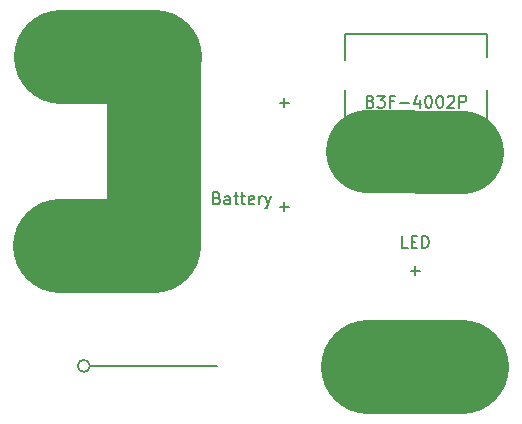
<source format=gto>
%TF.GenerationSoftware,KiCad,Pcbnew,4.0.5-e0-6337~49~ubuntu16.04.1*%
%TF.CreationDate,2017-01-29T14:30:55-08:00*%
%TF.ProjectId,LegoLED-SMTButton-Battery,4C65676F4C45442D534D54427574746F,1.0*%
%TF.FileFunction,Legend,Top*%
%FSLAX46Y46*%
G04 Gerber Fmt 4.6, Leading zero omitted, Abs format (unit mm)*
G04 Created by KiCad (PCBNEW 4.0.5-e0-6337~49~ubuntu16.04.1) date Sun Jan 29 14:30:55 2017*
%MOMM*%
%LPD*%
G01*
G04 APERTURE LIST*
%ADD10C,0.350000*%
%ADD11C,8.000000*%
%ADD12C,0.150000*%
%ADD13C,7.000000*%
%ADD14C,0.152400*%
G04 APERTURE END LIST*
D10*
D11*
X190900000Y-110000000D02*
X182900000Y-110000000D01*
D12*
X188400000Y-108230000D02*
X185400000Y-108230000D01*
D11*
X164800000Y-99800000D02*
X164800000Y-83800000D01*
X156800000Y-99800000D02*
X164800000Y-99800000D01*
X156900000Y-83800000D02*
X164900000Y-83800000D01*
D13*
X190880000Y-91820000D02*
X182780000Y-91720000D01*
D14*
X192980000Y-86570000D02*
X192980000Y-86820000D01*
X192980000Y-86820000D02*
X192980000Y-89070000D01*
X192980000Y-93820000D02*
X192980000Y-91570000D01*
X180980000Y-93820000D02*
X192980000Y-93820000D01*
X180980000Y-91570000D02*
X180980000Y-93820000D01*
X180980000Y-86570000D02*
X180980000Y-89070000D01*
X180980000Y-81820000D02*
X180980000Y-84070000D01*
X192980000Y-81820000D02*
X192980000Y-83820000D01*
X180980000Y-81820000D02*
X192980000Y-81820000D01*
X159412000Y-109936000D02*
X170080000Y-109936000D01*
X159349433Y-109936000D02*
G75*
G03X159349433Y-109936000I-508933J0D01*
G01*
D12*
X186257143Y-99952381D02*
X185780952Y-99952381D01*
X185780952Y-98952381D01*
X186590476Y-99428571D02*
X186923810Y-99428571D01*
X187066667Y-99952381D02*
X186590476Y-99952381D01*
X186590476Y-98952381D01*
X187066667Y-98952381D01*
X187495238Y-99952381D02*
X187495238Y-98952381D01*
X187733333Y-98952381D01*
X187876191Y-99000000D01*
X187971429Y-99095238D01*
X188019048Y-99190476D01*
X188066667Y-99380952D01*
X188066667Y-99523810D01*
X188019048Y-99714286D01*
X187971429Y-99809524D01*
X187876191Y-99904762D01*
X187733333Y-99952381D01*
X187495238Y-99952381D01*
X186519048Y-101871429D02*
X187280953Y-101871429D01*
X186900001Y-102252381D02*
X186900001Y-101490476D01*
X170128571Y-95728571D02*
X170271428Y-95776190D01*
X170319047Y-95823810D01*
X170366666Y-95919048D01*
X170366666Y-96061905D01*
X170319047Y-96157143D01*
X170271428Y-96204762D01*
X170176190Y-96252381D01*
X169795237Y-96252381D01*
X169795237Y-95252381D01*
X170128571Y-95252381D01*
X170223809Y-95300000D01*
X170271428Y-95347619D01*
X170319047Y-95442857D01*
X170319047Y-95538095D01*
X170271428Y-95633333D01*
X170223809Y-95680952D01*
X170128571Y-95728571D01*
X169795237Y-95728571D01*
X171223809Y-96252381D02*
X171223809Y-95728571D01*
X171176190Y-95633333D01*
X171080952Y-95585714D01*
X170890475Y-95585714D01*
X170795237Y-95633333D01*
X171223809Y-96204762D02*
X171128571Y-96252381D01*
X170890475Y-96252381D01*
X170795237Y-96204762D01*
X170747618Y-96109524D01*
X170747618Y-96014286D01*
X170795237Y-95919048D01*
X170890475Y-95871429D01*
X171128571Y-95871429D01*
X171223809Y-95823810D01*
X171557142Y-95585714D02*
X171938094Y-95585714D01*
X171699999Y-95252381D02*
X171699999Y-96109524D01*
X171747618Y-96204762D01*
X171842856Y-96252381D01*
X171938094Y-96252381D01*
X172128571Y-95585714D02*
X172509523Y-95585714D01*
X172271428Y-95252381D02*
X172271428Y-96109524D01*
X172319047Y-96204762D01*
X172414285Y-96252381D01*
X172509523Y-96252381D01*
X173223810Y-96204762D02*
X173128572Y-96252381D01*
X172938095Y-96252381D01*
X172842857Y-96204762D01*
X172795238Y-96109524D01*
X172795238Y-95728571D01*
X172842857Y-95633333D01*
X172938095Y-95585714D01*
X173128572Y-95585714D01*
X173223810Y-95633333D01*
X173271429Y-95728571D01*
X173271429Y-95823810D01*
X172795238Y-95919048D01*
X173700000Y-96252381D02*
X173700000Y-95585714D01*
X173700000Y-95776190D02*
X173747619Y-95680952D01*
X173795238Y-95633333D01*
X173890476Y-95585714D01*
X173985715Y-95585714D01*
X174223810Y-95585714D02*
X174461905Y-96252381D01*
X174700001Y-95585714D02*
X174461905Y-96252381D01*
X174366667Y-96490476D01*
X174319048Y-96538095D01*
X174223810Y-96585714D01*
X175419048Y-87671429D02*
X176180953Y-87671429D01*
X175800001Y-88052381D02*
X175800001Y-87290476D01*
X175419048Y-96471429D02*
X176180953Y-96471429D01*
X175800001Y-96852381D02*
X175800001Y-96090476D01*
X183122858Y-87548571D02*
X183265715Y-87596190D01*
X183313334Y-87643810D01*
X183360953Y-87739048D01*
X183360953Y-87881905D01*
X183313334Y-87977143D01*
X183265715Y-88024762D01*
X183170477Y-88072381D01*
X182789524Y-88072381D01*
X182789524Y-87072381D01*
X183122858Y-87072381D01*
X183218096Y-87120000D01*
X183265715Y-87167619D01*
X183313334Y-87262857D01*
X183313334Y-87358095D01*
X183265715Y-87453333D01*
X183218096Y-87500952D01*
X183122858Y-87548571D01*
X182789524Y-87548571D01*
X183694286Y-87072381D02*
X184313334Y-87072381D01*
X183980000Y-87453333D01*
X184122858Y-87453333D01*
X184218096Y-87500952D01*
X184265715Y-87548571D01*
X184313334Y-87643810D01*
X184313334Y-87881905D01*
X184265715Y-87977143D01*
X184218096Y-88024762D01*
X184122858Y-88072381D01*
X183837143Y-88072381D01*
X183741905Y-88024762D01*
X183694286Y-87977143D01*
X185075239Y-87548571D02*
X184741905Y-87548571D01*
X184741905Y-88072381D02*
X184741905Y-87072381D01*
X185218096Y-87072381D01*
X185599048Y-87691429D02*
X186360953Y-87691429D01*
X187265715Y-87405714D02*
X187265715Y-88072381D01*
X187027619Y-87024762D02*
X186789524Y-87739048D01*
X187408572Y-87739048D01*
X187980000Y-87072381D02*
X188075239Y-87072381D01*
X188170477Y-87120000D01*
X188218096Y-87167619D01*
X188265715Y-87262857D01*
X188313334Y-87453333D01*
X188313334Y-87691429D01*
X188265715Y-87881905D01*
X188218096Y-87977143D01*
X188170477Y-88024762D01*
X188075239Y-88072381D01*
X187980000Y-88072381D01*
X187884762Y-88024762D01*
X187837143Y-87977143D01*
X187789524Y-87881905D01*
X187741905Y-87691429D01*
X187741905Y-87453333D01*
X187789524Y-87262857D01*
X187837143Y-87167619D01*
X187884762Y-87120000D01*
X187980000Y-87072381D01*
X188932381Y-87072381D02*
X189027620Y-87072381D01*
X189122858Y-87120000D01*
X189170477Y-87167619D01*
X189218096Y-87262857D01*
X189265715Y-87453333D01*
X189265715Y-87691429D01*
X189218096Y-87881905D01*
X189170477Y-87977143D01*
X189122858Y-88024762D01*
X189027620Y-88072381D01*
X188932381Y-88072381D01*
X188837143Y-88024762D01*
X188789524Y-87977143D01*
X188741905Y-87881905D01*
X188694286Y-87691429D01*
X188694286Y-87453333D01*
X188741905Y-87262857D01*
X188789524Y-87167619D01*
X188837143Y-87120000D01*
X188932381Y-87072381D01*
X189646667Y-87167619D02*
X189694286Y-87120000D01*
X189789524Y-87072381D01*
X190027620Y-87072381D01*
X190122858Y-87120000D01*
X190170477Y-87167619D01*
X190218096Y-87262857D01*
X190218096Y-87358095D01*
X190170477Y-87500952D01*
X189599048Y-88072381D01*
X190218096Y-88072381D01*
X190646667Y-88072381D02*
X190646667Y-87072381D01*
X191027620Y-87072381D01*
X191122858Y-87120000D01*
X191170477Y-87167619D01*
X191218096Y-87262857D01*
X191218096Y-87405714D01*
X191170477Y-87500952D01*
X191122858Y-87548571D01*
X191027620Y-87596190D01*
X190646667Y-87596190D01*
M02*

</source>
